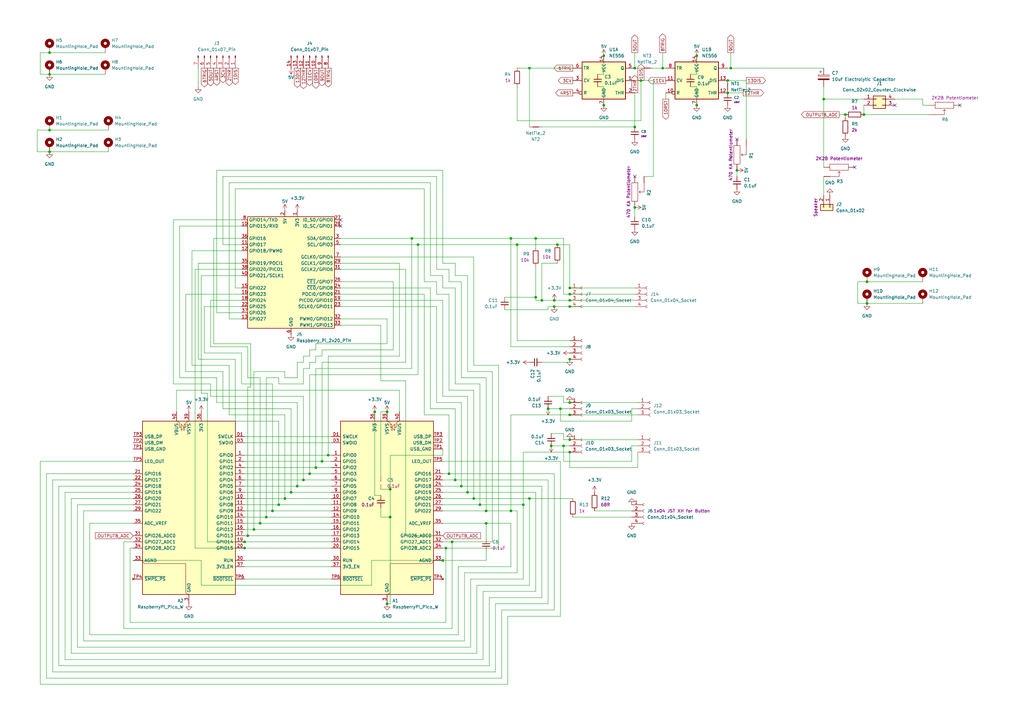
<source format=kicad_sch>
(kicad_sch (version 20250114) (generator "eeschema") (generator_version "9.0")
  (paper "A3")
  (junction (at 20.32 53.34))
  (junction (at 233.68 147.32))
  (junction (at 209.55 209.55))
  (junction (at 229.87 167.64))
  (junction (at 186.69 196.85))
  (junction (at 160.02 212.09))
  (junction (at 158.75 247.65))
  (junction (at 132.08 189.23))
  (junction (at 116.84 204.47))
  (junction (at 355.6 115.57))
  (junction (at 260.35 52.07))
  (junction (at 158.75 168.91))
  (junction (at 233.68 123.19))
  (junction (at 219.71 97.79))
  (junction (at 227.33 123.19))
  (junction (at 20.32 62.23))
  (junction (at 233.68 185.42))
  (junction (at 199.39 209.55))
  (junction (at 20.32 21.59))
  (junction (at 101.6 219.71))
  (junction (at 121.92 199.39))
  (junction (at 111.76 209.55))
  (junction (at 219.71 121.92))
  (junction (at 271.78 27.94))
  (junction (at 217.17 27.94))
  (junction (at 262.89 33.02))
  (junction (at 189.23 199.39))
  (junction (at 160.02 200.66))
  (junction (at 285.75 43.18))
  (junction (at 182.88 224.79))
  (junction (at 355.6 124.46))
  (junction (at 285.75 22.86))
  (junction (at 129.54 191.77))
  (junction (at 191.77 201.93))
  (junction (at 299.72 27.94))
  (junction (at 181.61 229.87))
  (junction (at 124.46 196.85))
  (junction (at 119.38 201.93))
  (junction (at 153.67 168.91))
  (junction (at 233.68 125.73))
  (junction (at 222.25 123.19))
  (junction (at 20.32 30.48))
  (junction (at 134.62 186.69))
  (junction (at 260.35 27.94))
  (junction (at 104.14 217.17))
  (junction (at 217.17 204.47))
  (junction (at 114.3 207.01))
  (junction (at 224.79 167.64))
  (junction (at 260.35 85.09))
  (junction (at 194.31 204.47))
  (junction (at 100.33 222.25))
  (junction (at 231.14 182.88))
  (junction (at 233.68 180.34))
  (junction (at 199.39 214.63))
  (junction (at 168.91 97.79))
  (junction (at 171.45 100.33))
  (junction (at 109.22 212.09))
  (junction (at 100.33 224.79))
  (junction (at 233.68 165.1))
  (junction (at 106.68 214.63))
  (junction (at 185.42 222.25))
  (junction (at 214.63 207.01))
  (junction (at 233.68 118.11))
  (junction (at 302.26 69.85))
  (junction (at 228.6 100.33))
  (junction (at 298.45 33.02))
  (junction (at 247.65 22.86))
  (junction (at 346.71 46.99))
  (junction (at 337.82 40.64))
  (junction (at 298.45 38.1))
  (junction (at 127 194.31))
  (junction (at 184.15 194.31))
  (junction (at 233.68 120.65))
  (junction (at 226.06 182.88))
  (junction (at 209.55 97.79))
  (junction (at 247.65 43.18))
  (junction (at 212.09 100.33))
  (junction (at 196.85 207.01))
  (junction (at 227.33 125.73))
  (junction (at 233.68 170.18))
  (junction (at 354.33 46.99))
  (no_connect (at 139.7 92.71))
  (no_connect (at 302.26 57.15))
  (no_connect (at 260.35 72.39))
  (no_connect (at 299.72 64.77))
  (no_connect (at 350.52 68.58))
  (no_connect (at 139.7 90.17))
  (no_connect (at 367.03 43.18))
  (no_connect (at 393.7 43.18))
  (wire (pts (xy 100.33 181.61) (xy 135.89 181.61)))
  (wire (pts (xy 100.33 237.49) (xy 135.89 237.49)))
  (wire (pts (xy 82.55 161.29) (xy 85.09 161.29)))
  (wire (pts (xy 21.59 196.85) (xy 21.59 275.59)))
  (wire (pts (xy 104.14 152.4) (xy 116.84 152.4)))
  (wire (pts (xy 205.74 278.13) (xy 205.74 250.19)))
  (wire (pts (xy 124.46 162.56) (xy 86.36 162.56)))
  (wire (pts (xy 139.7 120.65) (xy 173.99 120.65)))
  (wire (pts (xy 179.07 120.65) (xy 184.15 120.65)))
  (wire (pts (xy 233.68 180.34) (xy 261.62 180.34)))
  (wire (pts (xy 231.14 165.1) (xy 233.68 165.1)))
  (wire (pts (xy 212.09 100.33) (xy 228.6 100.33)))
  (wire (pts (xy 306.07 33.02) (xy 306.07 57.15)))
  (wire (pts (xy 222.25 107.95) (xy 222.25 123.19)))
  (wire (pts (xy 189.23 165.1) (xy 189.23 199.39)))
  (wire (pts (xy 127 148.59) (xy 129.54 148.59)))
  (wire (pts (xy 181.61 224.79) (xy 182.88 224.79)))
  (wire (pts (xy 156.21 168.91) (xy 158.75 168.91)))
  (wire (pts (xy 209.55 170.18) (xy 233.68 170.18)))
  (wire (pts (xy 181.61 229.87) (xy 152.4 229.87)))
  (wire (pts (xy 212.09 49.53) (xy 212.09 35.56)))
  (wire (pts (xy 186.69 118.11) (xy 186.69 157.48)))
  (wire (pts (xy 233.68 120.65) (xy 260.35 120.65)))
  (wire (pts (xy 166.37 148.59) (xy 166.37 110.49)))
  (wire (pts (xy 337.82 40.64) (xy 337.82 35.56)))
  (wire (pts (xy 186.69 167.64) (xy 176.53 167.64)))
  (wire (pts (xy 219.71 109.22) (xy 219.71 121.92)))
  (wire (pts (xy 100.33 207.01) (xy 114.3 207.01)))
  (wire (pts (xy 129.54 148.59) (xy 129.54 146.05)))
  (wire (pts (xy 129.54 143.51) (xy 129.54 140.97)))
  (wire (pts (xy 271.78 21.59) (xy 271.78 27.94)))
  (wire (pts (xy 139.7 97.79) (xy 168.91 97.79)))
  (wire (pts (xy 121.92 199.39) (xy 135.89 199.39)))
  (wire (pts (xy 181.61 207.01) (xy 196.85 207.01)))
  (wire (pts (xy 181.61 162.56) (xy 181.61 123.19)))
  (wire (pts (xy 189.23 199.39) (xy 181.61 199.39)))
  (wire (pts (xy 224.79 167.64) (xy 229.87 167.64)))
  (wire (pts (xy 54.61 224.79) (xy 53.34 224.79)))
  (wire (pts (xy 186.69 113.03) (xy 191.77 113.03)))
  (wire (pts (xy 207.01 127) (xy 224.79 127)))
  (wire (pts (xy 124.46 196.85) (xy 135.89 196.85)))
  (wire (pts (xy 91.44 152.4) (xy 76.2 152.4)))
  (wire (pts (xy 129.54 191.77) (xy 135.89 191.77)))
  (wire (pts (xy 96.52 172.72) (xy 96.52 147.32)))
  (wire (pts (xy 100.33 224.79) (xy 135.89 224.79)))
  (wire (pts (xy 181.61 113.03) (xy 181.61 118.11)))
  (wire (pts (xy 247.65 30.48) (xy 245.11 30.48)))
  (wire (pts (xy 259.08 182.88) (xy 261.62 182.88)))
  (wire (pts (xy 82.55 113.03) (xy 82.55 161.29)))
  (wire (pts (xy 100.33 189.23) (xy 132.08 189.23)))
  (wire (pts (xy 43.18 30.48) (xy 20.32 30.48)))
  (wire (pts (xy 91.44 100.33) (xy 91.44 72.39)))
  (wire (pts (xy 298.45 38.1) (xy 304.8 38.1)))
  (wire (pts (xy 209.55 97.79) (xy 219.71 97.79)))
  (wire (pts (xy 191.77 201.93) (xy 181.61 201.93)))
  (wire (pts (xy 204.47 149.86) (xy 204.47 224.79)))
  (wire (pts (xy 195.58 267.97) (xy 195.58 240.03)))
  (wire (pts (xy 179.07 115.57) (xy 179.07 120.65)))
  (wire (pts (xy 114.3 154.94) (xy 114.3 157.48)))
  (wire (pts (xy 229.87 189.23) (xy 181.61 189.23)))
  (wire (pts (xy 262.89 33.02) (xy 262.89 49.53)))
  (wire (pts (xy 114.3 207.01) (xy 114.3 172.72)))
  (wire (pts (xy 36.83 214.63) (xy 36.83 260.35)))
  (wire (pts (xy 186.69 107.95) (xy 186.69 113.03)))
  (wire (pts (xy 267.97 33.02) (xy 267.97 72.39)))
  (wire (pts (xy 227.33 123.19) (xy 233.68 123.19)))
  (wire (pts (xy 24.13 273.05) (xy 200.66 273.05)))
  (wire (pts (xy 283.21 35.56) (xy 285.75 35.56)))
  (wire (pts (xy 173.99 170.18) (xy 184.15 170.18)))
  (wire (pts (xy 194.31 160.02) (xy 194.31 204.47)))
  (wire (pts (xy 20.32 21.59) (xy 43.18 21.59)))
  (wire (pts (xy 54.61 209.55) (xy 34.29 209.55)))
  (wire (pts (xy 260.35 33.02) (xy 262.89 33.02)))
  (wire (pts (xy 191.77 113.03) (xy 191.77 152.4)))
  (wire (pts (xy 233.68 170.18) (xy 261.62 170.18)))
  (wire (pts (xy 106.68 214.63) (xy 135.89 214.63)))
  (wire (pts (xy 100.33 199.39) (xy 121.92 199.39)))
  (wire (pts (xy 124.46 157.48) (xy 124.46 151.13)))
  (wire (pts (xy 78.74 102.87) (xy 99.06 102.87)))
  (wire (pts (xy 185.42 257.81) (xy 185.42 222.25)))
  (wire (pts (xy 100.33 212.09) (xy 109.22 212.09)))
  (wire (pts (xy 259.08 189.23) (xy 259.08 182.88)))
  (wire (pts (xy 134.62 146.05) (xy 134.62 186.69)))
  (wire (pts (xy 227.33 125.73) (xy 233.68 125.73)))
  (wire (pts (xy 231.14 180.34) (xy 233.68 180.34)))
  (wire (pts (xy 222.25 123.19) (xy 227.33 123.19)))
  (wire (pts (xy 203.2 247.65) (xy 224.79 247.65)))
  (wire (pts (xy 81.28 147.32) (xy 81.28 107.95)))
  (wire (pts (xy 121.92 148.59) (xy 124.46 148.59)))
  (wire (pts (xy 337.82 80.01) (xy 337.82 72.39)))
  (wire (pts (xy 217.17 204.47) (xy 234.95 204.47)))
  (wire (pts (xy 100.33 219.71) (xy 101.6 219.71)))
  (wire (pts (xy 152.4 240.03) (xy 82.55 240.03)))
  (wire (pts (xy 124.46 196.85) (xy 124.46 162.56)))
  (wire (pts (xy 99.06 92.71) (xy 73.66 92.71)))
  (wire (pts (xy 127 194.31) (xy 127 153.67)))
  (wire (pts (xy 16.51 280.67) (xy 208.28 280.67)))
  (wire (pts (xy 186.69 196.85) (xy 186.69 167.64)))
  (wire (pts (xy 224.79 247.65) (xy 224.79 196.85)))
  (wire (pts (xy 124.46 148.59) (xy 124.46 146.05)))
  (wire (pts (xy 124.46 151.13) (xy 127 151.13)))
  (wire (pts (xy 209.55 232.41) (xy 209.55 214.63)))
  (wire (pts (xy 181.61 204.47) (xy 194.31 204.47)))
  (wire (pts (xy 217.17 52.07) (xy 217.17 27.94)))
  (wire (pts (xy 184.15 115.57) (xy 189.23 115.57)))
  (wire (pts (xy 100.33 222.25) (xy 135.89 222.25)))
  (wire (pts (xy 88.9 154.94) (xy 88.9 165.1)))
  (wire (pts (xy 194.31 105.41) (xy 194.31 149.86)))
  (wire (pts (xy 243.84 209.55) (xy 259.08 209.55)))
  (wire (pts (xy 88.9 128.27) (xy 99.06 128.27)))
  (wire (pts (xy 354.33 46.99) (xy 381 46.99)))
  (wire (pts (xy 344.17 46.99) (xy 346.71 46.99)))
  (wire (pts (xy 181.61 184.15) (xy 181.61 186.69)))
  (wire (pts (xy 160.02 212.09) (xy 160.02 247.65)))
  (wire (pts (xy 100.33 217.17) (xy 104.14 217.17)))
  (wire (pts (xy 20.32 62.23) (xy 44.45 62.23)))
  (wire (pts (xy 139.7 123.19) (xy 181.61 123.19)))
  (wire (pts (xy 196.85 207.01) (xy 214.63 207.01)))
  (wire (pts (xy 82.55 229.87) (xy 54.61 229.87)))
  (wire (pts (xy 29.21 267.97) (xy 195.58 267.97)))
  (wire (pts (xy 224.79 127) (xy 224.79 125.73)))
  (wire (pts (xy 212.09 209.55) (xy 209.55 209.55)))
  (wire (pts (xy 54.61 189.23) (xy 16.51 189.23)))
  (wire (pts (xy 198.12 270.51) (xy 198.12 242.57)))
  (wire (pts (xy 173.99 120.65) (xy 173.99 170.18)))
  (wire (pts (xy 72.39 160.02) (xy 163.83 160.02)))
  (wire (pts (xy 378.46 43.18) (xy 378.46 40.64)))
  (wire (pts (xy 100.33 204.47) (xy 116.84 204.47)))
  (wire (pts (xy 298.45 33.02) (xy 306.07 33.02)))
  (wire (pts (xy 36.83 260.35) (xy 187.96 260.35)))
  (wire (pts (xy 161.29 143.51) (xy 161.29 115.57)))
  (wire (pts (xy 173.99 115.57) (xy 179.07 115.57)))
  (wire (pts (xy 222.25 199.39) (xy 189.23 199.39)))
  (wire (pts (xy 96.52 77.47) (xy 173.99 77.47)))
  (wire (pts (xy 119.38 201.93) (xy 119.38 167.64)))
  (wire (pts (xy 171.45 153.67) (xy 171.45 100.33)))
  (wire (pts (xy 34.29 262.89) (xy 190.5 262.89)))
  (wire (pts (xy 20.32 53.34) (xy 15.24 53.34)))
  (wire (pts (xy 166.37 219.71) (xy 166.37 156.21)))
  (wire (pts (xy 139.7 100.33) (xy 171.45 100.33)))
  (wire (pts (xy 224.79 162.56) (xy 231.14 162.56)))
  (wire (pts (xy 285.75 22.86) (xy 285.75 30.48)))
  (wire (pts (xy 260.35 21.59) (xy 260.35 27.94)))
  (wire (pts (xy 100.33 232.41) (xy 135.89 232.41)))
  (wire (pts (xy 134.62 146.05) (xy 163.83 146.05)))
  (wire (pts (xy 119.38 201.93) (xy 135.89 201.93)))
  (wire (pts (xy 381 43.18) (xy 378.46 43.18)))
  (wire (pts (xy 212.09 234.95) (xy 212.09 209.55)))
  (wire (pts (xy 31.75 265.43) (xy 193.04 265.43)))
  (wire (pts (xy 101.6 219.71) (xy 135.89 219.71)))
  (wire (pts (xy 195.58 240.03) (xy 217.17 240.03)))
  (wire (pts (xy 222.25 245.11) (xy 222.25 199.39)))
  (wire (pts (xy 247.65 43.18) (xy 247.65 35.56)))
  (wire (pts (xy 189.23 154.94) (xy 199.39 154.94)))
  (wire (pts (xy 163.83 146.05) (xy 163.83 107.95)))
  (wire (pts (xy 231.14 177.8) (xy 231.14 180.34)))
  (wire (pts (xy 19.05 278.13) (xy 205.74 278.13)))
  (wire (pts (xy 16.51 30.48) (xy 16.51 21.59)))
  (wire (pts (xy 76.2 152.4) (xy 76.2 120.65)))
  (wire (pts (xy 20.32 53.34) (xy 44.45 53.34)))
  (wire (pts (xy 106.68 154.94) (xy 101.6 154.94)))
  (wire (pts (xy 83.82 144.78) (xy 83.82 125.73)))
  (wire (pts (xy 106.68 214.63) (xy 106.68 154.94)))
  (wire (pts (xy 267.97 72.39) (xy 264.16 72.39)))
  (wire (pts (xy 226.06 177.8) (xy 231.14 177.8)))
  (wire (pts (xy 111.76 209.55) (xy 135.89 209.55)))
  (wire (pts (xy 298.45 27.94) (xy 299.72 27.94)))
  (wire (pts (xy 160.02 247.65) (xy 158.75 247.65)))
  (wire (pts (xy 93.98 170.18) (xy 93.98 149.86)))
  (wire (pts (xy 191.77 162.56) (xy 191.77 201.93)))
  (wire (pts (xy 50.8 222.25) (xy 50.8 257.81)))
  (wire (pts (xy 185.42 222.25) (xy 201.93 222.25)))
  (wire (pts (xy 26.67 201.93) (xy 26.67 270.51)))
  (wire (pts (xy 179.07 110.49) (xy 184.15 110.49)))
  (wire (pts (xy 209.55 209.55) (xy 199.39 209.55)))
  (wire (pts (xy 76.2 120.65) (xy 99.06 120.65)))
  (wire (pts (xy 233.68 185.42) (xy 214.63 185.42)))
  (wire (pts (xy 99.06 113.03) (xy 82.55 113.03)))
  (wire (pts (xy 85.09 222.25) (xy 100.33 222.25)))
  (wire (pts (xy 54.61 204.47) (xy 29.21 204.47)))
  (wire (pts (xy 50.8 257.81) (xy 185.42 257.81)))
  (wire (pts (xy 185.42 222.25) (xy 181.61 222.25)))
  (wire (pts (xy 104.14 217.17) (xy 135.89 217.17)))
  (wire (pts (xy 184.15 170.18) (xy 184.15 194.31)))
  (wire (pts (xy 114.3 157.48) (xy 124.46 157.48)))
  (wire (pts (xy 93.98 149.86) (xy 78.74 149.86)))
  (wire (pts (xy 102.87 140.97) (xy 87.63 140.97)))
  (wire (pts (xy 160.02 200.66) (xy 160.02 212.09)))
  (wire (pts (xy 199.39 209.55) (xy 181.61 209.55)))
  (wire (pts (xy 228.6 107.95) (xy 222.25 107.95)))
  (wire (pts (xy 87.63 140.97) (xy 87.63 97.79)))
  (wire (pts (xy 163.83 107.95) (xy 139.7 107.95)))
  (wire (pts (xy 132.08 143.51) (xy 161.29 143.51)))
  (wire (pts (xy 247.65 35.56) (xy 245.11 35.56)))
  (wire (pts (xy 227.33 194.31) (xy 184.15 194.31)))
  (wire (pts (xy 176.53 74.93) (xy 176.53 113.03)))
  (wire (pts (xy 81.28 35.56) (xy 81.28 27.94)))
  (wire (pts (xy 193.04 237.49) (xy 214.63 237.49)))
  (wire (pts (xy 233.68 185.42) (xy 233.68 191.77)))
  (wire (pts (xy 171.45 100.33) (xy 212.09 100.33)))
  (wire (pts (xy 199.39 214.63) (xy 199.39 220.98)))
  (wire (pts (xy 271.78 27.94) (xy 273.05 27.94)))
  (wire (pts (xy 233.68 118.11) (xy 260.35 118.11)))
  (wire (pts (xy 283.21 30.48) (xy 285.75 30.48)))
  (wire (pts (xy 24.13 199.39) (xy 24.13 273.05)))
  (wire (pts (xy 71.12 90.17) (xy 99.06 90.17)))
  (wire (pts (xy 226.06 182.88) (xy 231.14 182.88)))
  (wire (pts (xy 156.21 200.66) (xy 160.02 200.66)))
  (wire (pts (xy 217.17 240.03) (xy 217.17 204.47)))
  (wire (pts (xy 71.12 157.48) (xy 71.12 90.17)))
  (wire (pts (xy 184.15 110.49) (xy 184.15 115.57)))
  (wire (pts (xy 199.39 214.63) (xy 209.55 214.63)))
  (wire (pts (xy 111.76 157.48) (xy 99.06 157.48)))
  (wire (pts (xy 182.88 255.27) (xy 182.88 224.79)))
  (wire (pts (xy 181.61 229.87) (xy 199.39 229.87)))
  (wire (pts (xy 354.33 43.18) (xy 354.33 46.99)))
  (wire (pts (xy 262.89 49.53) (xy 212.09 49.53)))
  (wire (pts (xy 127 153.67) (xy 171.45 153.67)))
  (wire (pts (xy 161.29 115.57) (xy 139.7 115.57)))
  (wire (pts (xy 181.61 69.85) (xy 181.61 107.95)))
  (wire (pts (xy 259.08 172.72) (xy 259.08 167.64)))
  (wire (pts (xy 15.24 62.23) (xy 20.32 62.23)))
  (wire (pts (xy 214.63 237.49) (xy 214.63 207.01)))
  (wire (pts (xy 93.98 74.93) (xy 176.53 74.93)))
  (wire (pts (xy 111.76 209.55) (xy 111.76 157.48)))
  (wire (pts (xy 82.55 240.03) (xy 82.55 229.87)))
  (wire (pts (xy 355.6 115.57) (xy 378.46 115.57)))
  (wire (pts (xy 101.6 158.75) (xy 101.6 219.71)))
  (wire (pts (xy 189.23 115.57) (xy 189.23 154.94)))
  (wire (pts (xy 121.92 154.94) (xy 121.92 148.59)))
  (wire (pts (xy 179.07 72.39) (xy 179.07 110.49)))
  (wire (pts (xy 100.33 229.87) (xy 135.89 229.87)))
  (wire (pts (xy 337.82 40.64) (xy 354.33 40.64)))
  (wire (pts (xy 199.39 229.87) (xy 199.39 226.06)))
  (wire (pts (xy 100.33 214.63) (xy 106.68 214.63)))
  (wire (pts (xy 156.21 168.91) (xy 156.21 195.58)))
  (wire (pts (xy 109.22 212.09) (xy 109.22 154.94)))
  (wire (pts (xy 19.05 194.31) (xy 19.05 278.13)))
  (wire (pts (xy 219.71 242.57) (xy 219.71 201.93)))
  (wire (pts (xy 200.66 273.05) (xy 200.66 245.11)))
  (wire (pts (xy 100.33 196.85) (xy 124.46 196.85)))
  (wire (pts (xy 227.33 194.31) (xy 227.33 250.19)))
  (wire (pts (xy 101.6 142.24) (xy 86.36 142.24)))
  (wire (pts (xy 228.6 100.33) (xy 233.68 100.33)))
  (wire (pts (xy 231.14 189.23) (xy 259.08 189.23)))
  (wire (pts (xy 100.33 209.55) (xy 111.76 209.55)))
  (wire (pts (xy 109.22 154.94) (xy 114.3 154.94)))
  (wire (pts (xy 196.85 157.48) (xy 196.85 207.01)))
  (wire (pts (xy 299.72 21.59) (xy 299.72 27.94)))
  (wire (pts (xy 204.47 149.86) (xy 194.31 149.86)))
  (wire (pts (xy 187.96 260.35) (xy 187.96 232.41)))
  (wire (pts (xy 116.84 204.47) (xy 116.84 170.18)))
  (wire (pts (xy 93.98 130.81) (xy 93.98 74.93)))
  (wire (pts (xy 194.31 204.47) (xy 217.17 204.47)))
  (wire (pts (xy 132.08 189.23) (xy 132.08 148.59)))
  (wire (pts (xy 15.24 53.34) (xy 15.24 62.23)))
  (wire (pts (xy 224.79 125.73) (xy 227.33 125.73)))
  (wire (pts (xy 184.15 120.65) (xy 184.15 160.02)))
  (wire (pts (xy 104.14 217.17) (xy 104.14 152.4)))
  (wire (pts (xy 139.7 105.41) (xy 194.31 105.41)))
  (wire (pts (xy 198.12 242.57) (xy 219.71 242.57)))
  (wire (pts (xy 85.09 161.29) (xy 85.09 222.25)))
  (wire (pts (xy 205.74 250.19) (xy 227.33 250.19)))
  (wire (pts (xy 222.25 148.59) (xy 233.68 148.59)))
  (wire (pts (xy 100.33 191.77) (xy 129.54 191.77)))
  (wire (pts (xy 53.34 224.79) (xy 53.34 255.27)))
  (wire (pts (xy 184.15 194.31) (xy 181.61 194.31)))
  (wire (pts (xy 124.46 146.05) (xy 127 146.05)))
  (wire (pts (xy 127 143.51) (xy 129.54 143.51)))
  (wire (pts (xy 166.37 156.21) (xy 156.21 156.21)))
  (wire (pts (xy 176.53 113.03) (xy 181.61 113.03)))
  (wire (pts (xy 212.09 100.33) (xy 212.09 139.7)))
  (wire (pts (xy 121.92 165.1) (xy 121.92 199.39)))
  (wire (pts (xy 116.84 204.47) (xy 135.89 204.47)))
  (wire (pts (xy 184.15 160.02) (xy 194.31 160.02)))
  (wire (pts (xy 116.84 152.4) (xy 116.84 154.94)))
  (wire (pts (xy 231.14 182.88) (xy 231.14 189.23)))
  (wire (pts (xy 229.87 172.72) (xy 259.08 172.72)))
  (wire (pts (xy 219.71 123.19) (xy 222.25 123.19)))
  (wire (pts (xy 100.33 194.31) (xy 127 194.31)))
  (wire (pts (xy 132.08 143.51) (xy 132.08 146.05)))
  (wire (pts (xy 191.77 152.4) (xy 201.93 152.4)))
  (wire (pts (xy 259.08 167.64) (xy 261.62 167.64)))
  (wire (pts (xy 222.25 52.07) (xy 260.35 52.07)))
  (wire (pts (xy 204.47 224.79) (xy 182.88 224.79)))
  (wire (pts (xy 173.99 77.47) (xy 173.99 115.57)))
  (wire (pts (xy 233.68 148.59) (xy 233.68 147.32)))
  (wire (pts (xy 156.21 156.21) (xy 156.21 133.35)))
  (wire (pts (xy 207.01 121.92) (xy 219.71 121.92)))
  (wire (pts (xy 99.06 144.78) (xy 83.82 144.78)))
  (wire (pts (xy 262.89 33.02) (xy 267.97 33.02)))
  (wire (pts (xy 91.44 72.39) (xy 179.07 72.39)))
  (wire (pts (xy 83.82 125.73) (xy 99.06 125.73)))
  (wire (pts (xy 260.35 88.9) (xy 260.35 85.09)))
  (wire (pts (xy 54.61 201.93) (xy 26.67 201.93)))
  (wire (pts (xy 233.68 165.1) (xy 261.62 165.1)))
  (wire (pts (xy 129.54 191.77) (xy 129.54 151.13)))
  (wire (pts (xy 101.6 154.94) (xy 101.6 142.24)))
  (wire (pts (xy 78.74 149.86) (xy 78.74 102.87)))
  (wire (pts (xy 346.71 46.99) (xy 346.71 48.26)))
  (wire (pts (xy 53.34 255.27) (xy 182.88 255.27)))
  (wire (pts (xy 299.72 27.94) (xy 337.82 27.94)))
  (wire (pts (xy 72.39 160.02) (xy 72.39 168.91)))
  (wire (pts (xy 176.53 118.11) (xy 139.7 118.11)))
  (wire (pts (xy 186.69 196.85) (xy 181.61 196.85)))
  (wire (pts (xy 261.62 191.77) (xy 261.62 185.42)))
  (wire (pts (xy 86.36 157.48) (xy 71.12 157.48)))
  (wire (pts (xy 351.79 124.46) (xy 351.79 115.57)))
  (wire (pts (xy 129.54 151.13) (xy 168.91 151.13)))
  (wire (pts (xy 99.06 157.48) (xy 99.06 144.78)))
  (wire (pts (xy 156.21 212.09) (xy 160.02 212.09)))
  (wire (pts (xy 81.28 107.95) (xy 99.06 107.95)))
  (wire (pts (xy 91.44 167.64) (xy 91.44 152.4)))
  (wire (pts (xy 351.79 115.57) (xy 355.6 115.57)))
  (wire (pts (xy 247.65 22.86) (xy 247.65 30.48)))
  (wire (pts (xy 302.26 72.39) (xy 302.26 69.85)))
  (wire (pts (xy 129.54 140.97) (xy 158.75 140.97)))
  (wire (pts (xy 116.84 170.18) (xy 93.98 170.18)))
  (wire (pts (xy 101.6 158.75) (xy 102.87 158.75)))
  (wire (pts (xy 181.61 219.71) (xy 166.37 219.71)))
  (wire (pts (xy 201.93 152.4) (xy 201.93 222.25)))
  (wire (pts (xy 163.83 160.02) (xy 163.83 168.91)))
  (wire (pts (xy 80.01 110.49) (xy 80.01 224.79)))
  (wire (pts (xy 34.29 209.55) (xy 34.29 262.89)))
  (wire (pts (xy 87.63 97.79) (xy 99.06 97.79)))
  (wire (pts (xy 127 146.05) (xy 127 143.51)))
  (wire (pts (xy 152.4 229.87) (xy 152.4 240.03)))
  (wire (pts (xy 190.5 262.89) (xy 190.5 234.95)))
  (wire (pts (xy 96.52 147.32) (xy 81.28 147.32)))
  (wire (pts (xy 16.51 189.23) (xy 16.51 280.67)))
  (wire (pts (xy 99.06 110.49) (xy 80.01 110.49)))
  (wire (pts (xy 26.67 270.51) (xy 198.12 270.51)))
  (wire (pts (xy 139.7 133.35) (xy 156.21 133.35)))
  (wire (pts (xy 80.01 224.79) (xy 100.33 224.79)))
  (wire (pts (xy 187.96 232.41) (xy 209.55 232.41)))
  (wire (pts (xy 260.35 27.94) (xy 262.89 27.94)))
  (wire (pts (xy 156.21 208.28) (xy 156.21 212.09)))
  (wire (pts (xy 88.9 165.1) (xy 121.92 165.1)))
  (wire (pts (xy 208.28 280.67) (xy 208.28 252.73)))
  (wire (pts (xy 179.07 125.73) (xy 179.07 165.1)))
  (wire (pts (xy 214.63 185.42) (xy 214.63 207.01)))
  (wire (pts (xy 229.87 167.64) (xy 229.87 172.72)))
  (wire (pts (xy 139.7 125.73) (xy 179.07 125.73)))
  (wire (pts (xy 153.67 203.2) (xy 156.21 203.2)))
  (wire (pts (xy 190.5 234.95) (xy 212.09 234.95)))
  (wire (pts (xy 233.68 100.33) (xy 233.68 118.11)))
  (wire (pts (xy 229.87 167.64) (xy 233.68 167.64)))
  (wire (pts (xy 116.84 154.94) (xy 121.92 154.94)))
  (wire (pts (xy 73.66 92.71) (xy 73.66 154.94)))
  (wire (pts (xy 260.35 38.1) (xy 260.35 52.07)))
  (wire (pts (xy 88.9 69.85) (xy 181.61 69.85)))
  (wire (pts (xy 158.75 140.97) (xy 158.75 130.81)))
  (wire (pts (xy 229.87 252.73) (xy 229.87 189.23)))
  (wire (pts (xy 378.46 40.64) (xy 367.03 40.64)))
  (wire (pts (xy 219.71 97.79) (xy 231.14 97.79)))
  (wire (pts (xy 231.14 162.56) (xy 231.14 165.1)))
  (wire (pts (xy 224.79 196.85) (xy 186.69 196.85)))
  (wire (pts (xy 193.04 265.43) (xy 193.04 237.49)))
  (wire (pts (xy 73.66 154.94) (xy 88.9 154.94)))
  (wire (pts (xy 231.14 97.79) (xy 231.14 120.65)))
  (wire (pts (xy 285.75 43.18) (xy 285.75 35.56)))
  (wire (pts (xy 29.21 204.47) (xy 29.21 267.97)))
  (wire (pts (xy 217.17 27.94) (xy 234.95 27.94)))
  (wire (pts (xy 132.08 189.23) (xy 135.89 189.23)))
  (wire (pts (xy 100.33 179.07) (xy 135.89 179.07)))
  (wire (pts (xy 166.37 110.49) (xy 139.7 110.49)))
  (wire (pts (xy 119.38 167.64) (xy 91.44 167.64)))
  (wire (pts (xy 54.61 222.25) (xy 50.8 222.25)))
  (wire (pts (xy 114.3 172.72) (xy 96.52 172.72)))
  (wire (pts (xy 233.68 191.77) (xy 261.62 191.77)))
  (wire (pts (xy 99.06 100.33) (xy 91.44 100.33)))
  (wire (pts (xy 378.46 124.46) (xy 355.6 124.46)))
  (wire (pts (xy 191.77 162.56) (xy 181.61 162.56)))
  (wire (pts (xy 158.75 130.81) (xy 139.7 130.81)))
  (wire (pts (xy 179.07 165.1) (xy 189.23 165.1)))
  (wire (pts (xy 355.6 124.46) (xy 351.79 124.46)))
  (wire (pts (xy 20.32 30.48) (xy 16.51 30.48)))
  (wire (pts (xy 209.55 97.79) (xy 209.55 142.24)))
  (wire (pts (xy 54.61 194.31) (xy 19.05 194.31)))
  (wire (pts (xy 219.71 101.6) (xy 219.71 97.79)))
  (wire (pts (xy 31.75 207.01) (xy 31.75 265.43)))
  (wire (pts (xy 181.61 214.63) (xy 199.39 214.63)))
  (wire (pts (xy 99.06 118.11) (xy 96.52 118.11)))
  (wire (pts (xy 231.14 182.88) (xy 233.68 182.88)))
  (wire (pts (xy 219.71 201.93) (xy 191.77 201.93)))
  (wire (pts (xy 212.09 27.94) (xy 217.17 27.94)))
  (wire (pts (xy 21.59 275.59) (xy 203.2 275.59)))
  (wire (pts (xy 209.55 209.55) (xy 209.55 170.18)))
  (wire (pts (xy 181.61 118.11) (xy 186.69 118.11)))
  (wire (pts (xy 54.61 199.39) (xy 24.13 199.39)))
  (wire (pts (xy 129.54 146.05) (xy 132.08 146.05)))
  (wire (pts (xy 186.69 157.48) (xy 196.85 157.48)))
  (wire (pts (xy 100.33 201.93) (xy 119.38 201.93)))
  (wire (pts (xy 134.62 186.69) (xy 135.89 186.69)))
  (wire (pts (xy 233.68 125.73) (xy 260.35 125.73)))
  (wire (pts (xy 168.91 151.13) (xy 168.91 97.79)))
  (wire (pts (xy 176.53 167.64) (xy 176.53 118.11)))
  (wire (pts (xy 96.52 118.11) (xy 96.52 77.47)))
  (wire (pts (xy 127 194.31) (xy 135.89 194.31)))
  (wire (pts (xy 219.71 121.92) (xy 219.71 123.19)))
  (wire (pts (xy 208.28 252.73) (xy 229.87 252.73)))
  (wire (pts (xy 102.87 158.75) (xy 102.87 140.97)))
  (wire (pts (xy 100.33 186.69) (xy 134.62 186.69)))
  (wire (pts (xy 234.95 212.09) (xy 259.08 212.09)))
  (wire (pts (xy 199.39 154.94) (xy 199.39 209.55)))
  (wire (pts (xy 181.61 107.95) (xy 186.69 107.95)))
  (wire (pts (xy 88.9 128.27) (xy 88.9 69.85)))
  (wire (pts (xy 54.61 196.85) (xy 21.59 196.85)))
  (wire (pts (xy 337.82 40.64) (xy 337.82 68.58)))
  (wire (pts (xy 267.97 27.94) (xy 271.78 27.94)))
  (wire (pts (xy 86.36 123.19) (xy 99.06 123.19)))
  (wire (pts (xy 127 151.13) (xy 127 148.59)))
  (wire (pts (xy 54.61 214.63) (xy 36.83 214.63)))
  (wire (pts (xy 54.61 207.01) (xy 31.75 207.01)))
  (wire (pts (xy 233.68 123.19) (xy 260.35 123.19)))
  (wire (pts (xy 114.3 207.01) (xy 135.89 207.01)))
  (wire (pts (xy 168.91 97.79) (xy 209.55 97.79)))
  (wire (pts (xy 86.36 162.56) (xy 86.36 157.48)))
  (wire (pts (xy 160.02 186.69) (xy 160.02 200.66)))
  (wire (pts (xy 231.14 120.65) (xy 233.68 120.65)))
  (wire (pts (xy 212.09 139.7) (xy 233.68 139.7)))
  (wire (pts (xy 132.08 148.59) (xy 166.37 148.59)))
  (wire (pts (xy 16.51 21.59) (xy 20.32 21.59)))
  (wire (pts (xy 86.36 142.24) (xy 86.36 123.19)))
  (wire (pts (xy 153.67 168.91) (xy 153.67 203.2)))
  (wire (pts (xy 181.61 186.69) (xy 160.02 186.69)))
  (wire (pts (xy 93.98 130.81) (xy 99.06 130.81)))
  (wire (pts (xy 109.22 212.09) (xy 135.89 212.09)))
  (wire (pts (xy 200.66 245.11) (xy 222.25 245.11)))
  (wire (pts (xy 209.55 142.24) (xy 233.68 142.24)))
  (wire (pts (xy 203.2 275.59) (xy 203.2 247.65)))
  (wire (pts (xy 273.05 40.64) (xy 273.05 38.1)))
  (global_label "6TRIG" (shape output) (at 234.95 27.94 180) (property "Intersheetrefs" "${INTERSHEET_REFS}" (effects (hide yes))))
  (global_label "5OUT" (shape output) (at 86.36 27.94 270) (property "Intersheetrefs" "${INTERSHEET_REFS}" (effects (hide yes))))
  (global_label "6TRIG" (shape output) (at 83.82 27.94 270) (property "Intersheetrefs" "${INTERSHEET_REFS}" (effects (hide yes))))
  (global_label "9OUT" (shape output) (at 299.72 21.59 90) (property "Intersheetrefs" "${INTERSHEET_REFS}" (effects (hide yes))))
  (global_label "13DIS" (shape output) (at 121.92 27.94 270) (property "Intersheetrefs" "${INTERSHEET_REFS}" (effects (hide yes))))
  (global_label "2THR" (shape output) (at 93.98 27.94 270) (property "Intersheetrefs" "${INTERSHEET_REFS}" (effects (hide yes))))
  (global_label "12THR" (shape output) (at 124.46 27.94 270) (property "Intersheetrefs" "${INTERSHEET_REFS}" (effects (hide yes))))
  (global_label "OUTPUTB_ADC" (shape input) (at 54.61 219.71 180) (property "Intersheetrefs" "${INTERSHEET_REFS}" (effects (hide yes))))
  (global_label "12THR" (shape output) (at 304.8 38.1 0) (property "Intersheetrefs" "${INTERSHEET_REFS}" (effects (hide yes))))
  (global_label "13DIS" (shape output) (at 306.07 33.02 0) (property "Intersheetrefs" "${INTERSHEET_REFS}" (effects (hide yes))))
  (global_label "3CV" (shape output) (at 91.44 27.94 270) (property "Intersheetrefs" "${INTERSHEET_REFS}" (effects (hide yes))))
  (global_label "10RST" (shape output) (at 273.05 40.64 270) (property "Intersheetrefs" "${INTERSHEET_REFS}" (effects (hide yes))))
  (global_label "8TRIG" (shape output) (at 271.78 21.59 90) (property "Intersheetrefs" "${INTERSHEET_REFS}" (effects (hide yes))))
  (global_label "2THR" (shape output) (at 260.35 38.1 90) (property "Intersheetrefs" "${INTERSHEET_REFS}" (effects (hide yes))))
  (global_label "10RST" (shape output) (at 129.54 27.94 270) (property "Intersheetrefs" "${INTERSHEET_REFS}" (effects (hide yes))))
  (global_label "8TRIG" (shape output) (at 134.62 27.94 270) (property "Intersheetrefs" "${INTERSHEET_REFS}" (effects (hide yes))))
  (global_label "4RST" (shape output) (at 234.95 38.1 180) (property "Intersheetrefs" "${INTERSHEET_REFS}" (effects (hide yes))))
  (global_label "1DIS" (shape output) (at 96.52 27.94 270) (property "Intersheetrefs" "${INTERSHEET_REFS}" (effects (hide yes))))
  (global_label "9OUT" (shape output) (at 132.08 27.94 270) (property "Intersheetrefs" "${INTERSHEET_REFS}" (effects (hide yes))))
  (global_label "4RST" (shape output) (at 88.9 27.94 270) (property "Intersheetrefs" "${INTERSHEET_REFS}" (effects (hide yes))))
  (global_label "5OUT" (shape output) (at 260.35 21.59 90) (property "Intersheetrefs" "${INTERSHEET_REFS}" (effects (hide yes))))
  (global_label "11CV" (shape output) (at 127 27.94 270) (property "Intersheetrefs" "${INTERSHEET_REFS}" (effects (hide yes))))
  (global_label "11CV" (shape output) (at 273.05 33.02 180) (property "Intersheetrefs" "${INTERSHEET_REFS}" (effects (hide yes))))
  (global_label "1DIS" (shape output) (at 262.89 33.02 90) (property "Intersheetrefs" "${INTERSHEET_REFS}" (effects (hide yes))))
  (global_label "OUTPUTB_ADC" (shape output) (at 344.17 46.99 180) (property "Intersheetrefs" "${INTERSHEET_REFS}" (effects (hide yes))))
  (global_label "OUTPUTB_ADC" (shape input) (at 181.61 219.71 0) (property "Intersheetrefs" "${INTERSHEET_REFS}" (effects (hide yes))))
  (global_label "3CV" (shape output) (at 234.95 33.02 180) (property "Intersheetrefs" "${INTERSHEET_REFS}" (effects (hide yes))))
  (symbol (lib_id "PCM_4ms_Resistor:2k_0603") (at 346.71 52.07 0) (unit 1)
    (property "Reference" "R5" (at 349.25 50.7999 0) (effects (justify left)))
    (property "Value" "2k_0603" (effects (hide yes)))
    (property "Footprint" "PCM_Resistor_SMD_AKL:R_0603_1608Metric_Pad0.98x0.95mm_HandSolder" (effects (hide yes)))
    (property "Description" "2K, 1%, 1/10W, 0603" (effects (hide yes)))
    (property "Specifications" "2K, 1%, 1/10W, 0603" (effects (hide yes)))
    (property "Manufacturer" "Yageo" (effects (hide yes)))
    (property "Part Number" "RC0603FR-072KL" (effects (hide yes)))
    (property "Display" "2k" (at 349.25 53.3399 0) (effects (justify left)))
    (property "JLCPCB ID" "C22975" (effects (hide yes)))
  )
  (symbol (lib_id "SparkFun-PowerSymbol:5V") (at 119.38 27.94 180) (unit 1)
    (property "Reference" "#PWR015" (effects (hide yes)))
    (property "Value" "5V" (at 119.38 31.75 0))
    (property "Description" "Power symbol creates a global label with name \"5V\"" (effects (hide yes)))
  )
  (symbol (lib_id "Connector:Conn_01x04_Socket") (at 265.43 120.65 0) (unit 1)
    (property "Reference" "J14" (at 266.7 120.6499 0) (effects (justify left)))
    (property "Value" "Conn_01x04_Socket" (at 266.7 123.1899 0) (effects (justify left)))
    (property "Footprint" "Connector_PinSocket_2.54mm:PinSocket_1x04_P2.54mm_Vertical" (effects (hide yes)))
    (property "Description" "Generic connector, single row, 01x04, script generated" (effects (hide yes)))
  )
  (symbol (lib_id "PCM_4ms_Capacitor:0.1uF_0603_16V") (at 199.39 223.52 0) (unit 1)
    (property "Reference" "C6" (at 201.93 222.2562 0) (effects (justify left)))
    (property "Value" "0.1uF_0603_16V" (effects (hide yes)))
    (property "Footprint" "Capacitor_SMD:C_1206_3216Metric_Pad1.33x1.80mm_HandSolder" (effects (hide yes)))
    (property "Description" "0.1uF, Min. 16V 10%, X7R or X5R or similar" (effects (hide yes)))
    (property "Specifications" "0.1uF, Min. 16V 10%, X7R or X5R or similar" (effects (hide yes)))
    (property "Manufacturer" "AVX Corporation" (effects (hide yes)))
    (property "Part Number" "0603YC104KAT2A" (effects (hide yes)))
    (property "Display" "0.1uF" (at 201.93 224.7962 0) (effects (justify left)))
    (property "JLCPCB ID" "C14663" (effects (hide yes)))
  )
  (symbol (lib_id "SparkFun-PowerSymbol:5V") (at 285.75 22.86 0) (unit 1)
    (property "Reference" "#PWR010" (effects (hide yes)))
    (property "Value" "5V" (at 285.75 19.05 0))
    (property "Description" "Power symbol creates a global label with name \"5V\"" (effects (hide yes)))
  )
  (symbol (lib_id "PCM_4ms_Resistor:10k_0603") (at 228.6 104.14 0) (mirror y) (unit 1)
    (property "Reference" "R8" (at 226.06 102.8699 0) (effects (justify left)))
    (property "Value" "10k_0603" (effects (hide yes)))
    (property "Footprint" "PCM_Resistor_SMD_AKL:R_0603_1608Metric_Pad0.98x0.95mm_HandSolder" (effects (hide yes)))
    (property "Description" "10K, 1%, 1/10W, 0603" (effects (hide yes)))
    (property "Specifications" "10K, 1%, 1/10W, 0603" (effects (hide yes)))
    (property "Manufacturer" "Yageo" (effects (hide yes)))
    (property "Part Number" "RC0603FR-0710KL" (effects (hide yes)))
    (property "Display" "10k" (at 226.06 105.4099 0) (effects (justify left)))
    (property "JLCPCB ID" "C25804" (effects (hide yes)))
  )
  (symbol (lib_id "Device:NetTie_2") (at 298.45 35.56 90) (unit 1) (in_bom no)
    (property "Reference" "NT1" (at 299.72 34.2899 90) (effects (justify right)))
    (property "Value" "NetTie_2" (at 299.72 36.8299 90) (effects (justify right)))
    (property "Footprint" "NetTie:NetTie-2_SMD_Pad0.5mm" (effects (hide yes)))
    (property "Description" "Net tie, 2 pins" (effects (hide yes)))
  )
  (symbol (lib_id "PCM_4ms_Resistor:1k_0603") (at 234.95 208.28 0) (unit 1)
    (property "Reference" "R13" (at 237.49 207.0099 0) (effects (justify left)))
    (property "Value" "1k_1210" (effects (hide yes)))
    (property "Footprint" "PCM_Resistor_SMD_AKL:R_0603_1608Metric_Pad1.05x0.95mm_HandSolder" (effects (hide yes)))
    (property "Datasheet" "https://4donline.ihs.com/images/VipMasterIC/IC/PANA/PANA-S-A0012789169/PANA-S-A0012789169-1.pdf?hkey=CECEF36DEECDED6468708AAF2E19C0C6" (effects (hide yes)))
    (property "Description" "1K, 1%, 1/10W, 0603" (effects (hide yes)))
    (property "Specifications" "1K, 1%, 1/10W, 0603" (effects (hide yes)))
    (property "Manufacturer" "Yageo" (effects (hide yes)))
    (property "Part Number" "RC0603FR-071KL" (effects (hide yes)))
    (property "Display" "1k" (at 237.49 209.5499 0) (effects (justify left)))
    (property "JLCPCB ID" "C20024203" (effects (hide yes)))
    (property "Manufacturer_Part_Number" "ERJ-T14LK102U" (effects (hide yes)))
    (property "Mouser Part Number" "667-ERJ-T14LK102U" (effects (hide yes)))
  )
  (symbol (lib_id "power:+3.3V") (at 243.84 201.93 0) (unit 1)
    (property "Reference" "#PWR030" (effects (hide yes)))
    (property "Value" "+3.3V" (at 243.84 196.85 0))
    (property "Description" "Power symbol creates a global label with name \"+3.3V\"" (effects (hide yes)))
  )
  (symbol (lib_id "power:GND") (at 302.26 77.47 0) (unit 1)
    (property "Reference" "#PWR018" (effects (hide yes)))
    (property "Value" "GND" (at 302.26 82.55 0))
    (property "Description" "Power symbol creates a global label with name \"GND\" , ground" (effects (hide yes)))
  )
  (symbol (lib_id "CPL:Potentiometer_CPL") (at 260.35 78.74 270) (unit 1)
    (property "Reference" "R2" (at 266.192 78.994 0))
    (property "Value" "ECOSWX470KLIN" (effects (hide yes)))
    (property "Footprint" "Connector_JST:JST_XH_S3B-XH-A-1_1x03_P2.50mm_Horizontal" (effects (hide yes)))
    (property "Datasheet" "https://static.rapidonline.com/pdf/65-1494.pdf" (effects (hide yes)))
    (property "Description" "470 KA Potentiometer" (at 257.81 78.74 0))
  )
  (symbol (lib_id "SparkFun-PowerSymbol:5V") (at 302.26 69.85 270) (unit 1)
    (property "Reference" "#PWR012" (effects (hide yes)))
    (property "Value" "5V" (at 306.07 69.85 0))
    (property "Description" "Power symbol creates a global label with name \"5V\"" (effects (hide yes)))
  )
  (symbol (lib_id "Timer:NE556") (at 247.65 33.02 0) (unit 1)
    (property "Reference" "U1" (at 249.7933 20.32 0) (effects (justify left)))
    (property "Value" "NE556" (at 249.7933 22.86 0) (effects (justify left)))
    (property "Footprint" "Package_DIP:DIP-14_W7.62mm_Socket_LongPads" (effects (hide yes)))
    (property "Datasheet" "http://www.ti.com/lit/ds/symlink/ne556.pdf" (effects (hide yes)))
    (property "Description" "Dual Precision Timers, DIP-14/SOIC-14" (effects (hide yes)))
  )
  (symbol (lib_id "power:+3.3V") (at 82.55 168.91 0) (unit 1)
    (property "Reference" "#PWR020" (effects (hide yes)))
    (property "Value" "+3.3V" (at 82.55 163.83 0))
    (property "Description" "Power symbol creates a global label with name \"+3.3V\"" (effects (hide yes)))
  )
  (symbol (lib_id "Mechanical:MountingHole_Pad") (at 20.32 59.69 0) (unit 1) (in_bom no)
    (property "Reference" "H2" (at 22.86 57.1499 0) (effects (justify left)))
    (property "Value" "MountingHole_Pad" (at 22.86 59.6899 0) (effects (justify left)))
    (property "Footprint" "MountingHole:MountingHole_2.2mm_M2_DIN965" (effects (hide yes)))
    (property "Description" "Mounting Hole with connection" (effects (hide yes)))
  )
  (symbol (lib_id "Mechanical:MountingHole_Pad") (at 378.46 121.92 0) (unit 1) (in_bom no)
    (property "Reference" "H12" (at 381 119.3799 0) (effects (justify left)))
    (property "Value" "MountingHole_Pad" (at 381 121.9199 0) (effects (justify left)))
    (property "Footprint" "MountingHole:MountingHole_2.7mm_M2.5_DIN965_Pad" (effects (hide yes)))
    (property "Description" "Mounting Hole with connection" (effects (hide yes)))
  )
  (symbol (lib_id "PCM_4ms_Resistor:68R_0603") (at 243.84 205.74 0) (unit 1)
    (property "Reference" "R12" (at 246.38 204.4699 0) (effects (justify left)))
    (property "Value" "68R_1210" (effects (hide yes)))
    (property "Footprint" "PCM_Resistor_SMD_AKL:R_0603_1608Metric_Pad1.05x0.95mm_HandSolder" (effects (hide yes)))
    (property "Datasheet" "https://www.mouser.co.uk/datasheet/2/447/PYu_AC_51_RoHS_L_11-3418659.pdf" (effects (hide yes)))
    (property "Description" "68R, 1%, 1/10W, 0603" (effects (hide yes)))
    (property "Specifications" "68R, 1%, 1/10W, 0603" (effects (hide yes)))
    (property "Manufacturer" "Yageo" (effects (hide yes)))
    (property "Part Number" "RC0603FR-0768RL" (effects (hide yes)))
    (property "Display" "68R" (at 246.38 207.0099 0) (effects (justify left)))
    (property "JLCPCB ID" "C230487" (effects (hide yes)))
    (property "Manufacturer_Part_Number" "AC1210JR-0768RL" (effects (hide yes)))
    (property "Mouser Part Number" "603-AC1210JR-0768RL" (effects (hide yes)))
  )
  (symbol (lib_id "power:GND") (at 346.71 55.88 0) (unit 1)
    (property "Reference" "#PWR07" (effects (hide yes)))
    (property "Value" "GND" (at 346.71 60.96 0))
    (property "Description" "Power symbol creates a global label with name \"GND\" , ground" (effects (hide yes)))
  )
  (symbol (lib_id "power:GND") (at 259.08 214.63 0) (unit 1)
    (property "Reference" "#PWR024" (effects (hide yes)))
    (property "Value" "GND" (at 259.08 219.71 0))
    (property "Description" "Power symbol creates a global label with name \"GND\" , ground" (effects (hide yes)))
  )
  (symbol (lib_id "power:GND") (at 340.36 80.01 0) (mirror x) (unit 1)
    (property "Reference" "#PWR08" (effects (hide yes)))
    (property "Value" "GND" (at 340.36 74.93 0))
    (property "Description" "Power symbol creates a global label with name \"GND\" , ground" (effects (hide yes)))
  )
  (symbol (lib_id "Connector:Conn_01x04_Socket") (at 264.16 209.55 0) (unit 1)
    (property "Reference" "J6" (at 265.43 209.5499 0) (effects (justify left)))
    (property "Value" "Conn_01x04_Socket" (at 265.43 212.0899 0) (effects (justify left)))
    (property "Footprint" "Connector_JST:JST_XH_S4B-XH-A-1_1x04_P2.50mm_Horizontal" (effects (hide yes)))
    (property "Description" "1x04 JST XH for Button" (at 279.654 209.55 0))
  )
  (symbol (lib_id "SparkFun-PowerSymbol:5V") (at 260.35 85.09 270) (unit 1)
    (property "Reference" "#PWR013" (effects (hide yes)))
    (property "Value" "5V" (at 264.16 85.09 0))
    (property "Description" "Power symbol creates a global label with name \"5V\"" (effects (hide yes)))
  )
  (symbol (lib_id "CPL:Potentiometer_CPL") (at 344.17 68.58 0) (mirror x) (unit 1)
    (property "Reference" "R3" (at 344.424 74.422 0))
    (property "Value" "ECO2K2LIN" (effects (hide yes)))
    (property "Footprint" "Connector_JST:JST_XH_S3B-XH-A-1_1x03_P2.50mm_Horizontal" (effects (hide yes)))
    (property "Datasheet" "https://static.rapidonline.com/pdf/65-1400e.pdf" (effects (hide yes)))
    (property "Description" "2K2B Potentiometer" (at 344.17 65.024 0))
  )
  (symbol (lib_id "SparkFun-Capacitor:0.1uF_0603_25V_20%") (at 226.06 180.34 180) (unit 1)
    (property "Reference" "C14" (at 223.266 181.61 0) (effects (justify left)))
    (property "Value" "0.1uF" (at 223.266 179.07 0) (effects (justify left)))
    (property "Footprint" "Capacitor_SMD:C_1206_3216Metric_Pad1.33x1.80mm_HandSolder" (effects (hide yes)))
    (property "Datasheet" "https://cdn.sparkfun.com/assets/8/a/4/a/5/Kemet_Capacitor_Datasheet.pdf" (effects (hide yes)))
    (property "Description" "Unpolarized capacitor" (effects (hide yes)))
    (property "PROD_ID" "CAP-00810" (effects (hide yes)))
    (property "Voltage" "25V" (effects (hide yes)))
    (property "Tolerance" "20%" (effects (hide yes)))
  )
  (symbol (lib_id "Mechanical:MountingHole_Pad") (at 355.6 113.03 0) (unit 1) (in_bom no)
    (property "Reference" "H9" (at 358.14 110.4899 0) (effects (justify left)))
    (property "Value" "MountingHole_Pad" (at 358.14 113.0299 0) (effects (justify left)))
    (property "Footprint" "MountingHole:MountingHole_2.7mm_M2.5_DIN965_Pad" (effects (hide yes)))
    (property "Description" "Mounting Hole with connection" (effects (hide yes)))
  )
  (symbol (lib_id "power:+3.3V") (at 217.17 148.59 90) (mirror x) (unit 1)
    (property "Reference" "#PWR038" (effects (hide yes)))
    (property "Value" "+3.3V" (at 213.36 148.5899 90) (effects (justify left)))
    (property "Description" "Power symbol creates a global label with name \"+3.3V\"" (effects (hide yes)))
  )
  (symbol (lib_id "power:+3.3V") (at 121.92 86.36 0) (mirror y) (unit 1)
    (property "Reference" "#PWR027" (effects (hide yes)))
    (property "Value" "+3.3V" (at 121.92 81.28 0))
    (property "Description" "Power symbol creates a global label with name \"+3.3V\"" (effects (hide yes)))
  )
  (symbol (lib_id "SparkFun-PowerSymbol:5V") (at 116.84 86.36 0) (mirror y) (unit 1)
    (property "Reference" "#PWR028" (effects (hide yes)))
    (property "Value" "5V" (at 116.84 82.55 0))
    (property "Description" "Power symbol creates a global label with name \"5V\"" (effects (hide yes)))
  )
  (symbol (lib_id "power:GND") (at 77.47 247.65 0) (unit 1)
    (property "Reference" "#PWR017" (effects (hide yes)))
    (property "Value" "GND" (at 77.47 252.73 0))
    (property "Description" "Power symbol creates a global label with name \"GND\" , ground" (effects (hide yes)))
  )
  (symbol (lib_id "power:GND") (at 285.75 43.18 0) (unit 1)
    (property "Reference" "#PWR06" (effects (hide yes)))
    (property "Value" "GND" (at 285.75 48.26 0))
    (property "Description" "Power symbol creates a global label with name \"GND\" , ground" (effects (hide yes)))
  )
  (symbol (lib_id "Device:NetTie_2") (at 219.71 52.07 0) (mirror y) (unit 1) (in_bom no)
    (property "Reference" "NT2" (at 219.71 57.15 0))
    (property "Value" "NetTie_2" (at 219.71 54.61 0))
    (property "Footprint" "NetTie:NetTie-2_SMD_Pad0.5mm" (effects (hide yes)))
    (property "Description" "Net tie, 2 pins" (effects (hide yes)))
  )
  (symbol (lib_name "Conn_01x07_Pin_1") (lib_id "Connector:Conn_01x07_Pin") (at 127 22.86 270) (unit 1)
    (property "Reference" "J4" (at 127 17.78 90))
    (property "Value" "Conn_01x07_Pin" (at 127 20.32 90))
    (property "Footprint" "Connector_PinSocket_2.54mm:PinSocket_1x07_P2.54mm_Horizontal" (effects (hide yes)))
    (property "Description" "Generic connector, single row, 01x07, script generated" (effects (hide yes)))
  )
  (symbol (lib_id "SparkFun-PowerSymbol:5V") (at 77.47 168.91 0) (unit 1)
    (property "Reference" "#PWR016" (effects (hide yes)))
    (property "Value" "5V" (at 77.47 165.1 0))
    (property "Description" "Power symbol creates a global label with name \"5V\"" (effects (hide yes)))
  )
  (symbol (lib_id "PCM_4ms_Capacitor:0.1uF_0603_16V") (at 156.21 205.74 0) (mirror y) (unit 1)
    (property "Reference" "C4" (at 153.67 204.4762 0) (effects (justify left)))
    (property "Value" "0.1uF_0603_16V" (effects (hide yes)))
    (property "Footprint" "Capacitor_SMD:C_1206_3216Metric_Pad1.33x1.80mm_HandSolder" (effects (hide yes)))
    (property "Description" "0.1uF, Min. 16V 10%, X7R or X5R or similar" (effects (hide yes)))
    (property "Specifications" "0.1uF, Min. 16V 10%, X7R or X5R or similar" (effects (hide yes)))
    (property "Manufacturer" "AVX Corporation" (effects (hide yes)))
    (property "Part Number" "0603YC104KAT2A" (effects (hide yes)))
    (property "Display" "0.1uF" (at 153.67 207.0162 0) (effects (justify left)))
    (property "JLCPCB ID" "C14663" (effects (hide yes)))
  )
  (symbol (lib_id "Mechanical:MountingHole_Pad") (at 20.32 19.05 0) (unit 1) (in_bom no)
    (property "Reference" "H5" (at 22.86 16.5099 0) (effects (justify left)))
    (property "Value" "MountingHole_Pad" (at 22.86 19.0499 0) (effects (justify left)))
    (property "Footprint" "MountingHole:MountingHole_2.7mm_M2.5_DIN965_Pad" (effects (hide yes)))
    (property "Description" "Mounting Hole with connection" (effects (hide yes)))
  )
  (symbol (lib_id "SparkFun-Capacitor:0.1uF_0603_25V_20%") (at 207.01 124.46 0) (mirror y) (unit 1)
    (property "Reference" "C11" (at 204.216 123.19 0) (effects (justify left)))
    (property "Value" "0.1uF" (at 204.216 125.73 0) (effects (justify left)))
    (property "Footprint" "Capacitor_SMD:C_1206_3216Metric_Pad1.33x1.80mm_HandSolder" (effects (hide yes)))
    (property "Datasheet" "https://cdn.sparkfun.com/assets/8/a/4/a/5/Kemet_Capacitor_Datasheet.pdf" (effects (hide yes)))
    (property "Description" "Unpolarized capacitor" (effects (hide yes)))
    (property "PROD_ID" "CAP-00810" (effects (hide yes)))
    (property "Voltage" "25V" (effects (hide yes)))
    (property "Tolerance" "20%" (effects (hide yes)))
  )
  (symbol (lib_id "CPL:Potentiometer_CPL") (at 302.26 63.5 270) (unit 1)
    (property "Reference" "R1" (at 308.102 63.754 0))
    (property "Value" "ECOSWX470KLIN" (effects (hide yes)))
    (property "Footprint" "Connector_JST:JST_XH_S3B-XH-A-1_1x03_P2.50mm_Horizontal" (effects (hide yes)))
    (property "Datasheet" "https://static.rapidonline.com/pdf/65-1494.pdf" (effects (hide yes)))
    (property "Description" "470 KA Potentiometer" (at 299.72 63.5 0))
  )
  (symbol (lib_id "power:GND") (at 233.68 180.34 0) (mirror x) (unit 1)
    (property "Reference" "#PWR036" (effects (hide yes)))
    (property "Value" "GND" (at 233.68 176.276 0))
    (property "Description" "Power symbol creates a global label with name \"GND\" , ground" (effects (hide yes)))
  )
  (symbol (lib_id "PCM_4ms_Resistor:1k_0603") (at 350.52 46.99 270) (unit 1)
    (property "Reference" "R7" (at 350.52 41.656 90))
    (property "Value" "1k_0603" (effects (hide yes)))
    (property "Footprint" "PCM_Resistor_SMD_AKL:R_0603_1608Metric_Pad1.05x0.95mm_HandSolder" (effects (hide yes)))
    (property "Description" "1K, 1%, 1/10W, 0603" (effects (hide yes)))
    (property "Specifications" "1K, 1%, 1/10W, 0603" (effects (hide yes)))
    (property "Manufacturer" "Yageo" (effects (hide yes)))
    (property "Part Number" "RC0603FR-071KL" (effects (hide yes)))
    (property "Display" "1k" (at 350.52 44.196 90))
    (property "JLCPCB ID" "C21190" (effects (hide yes)))
  )
  (symbol (lib_id "Connector:Conn_01x04_Socket") (at 238.76 120.65 0) (unit 1)
    (property "Reference" "J7" (at 240.03 120.6499 0) (effects (justify left)))
    (property "Value" "Conn_01x04_Socket" (at 240.03 123.1899 0) (effects (justify left)))
    (property "Footprint" "Connector_JST:JST_PH_S4B-PH-K_1x04_P2.00mm_Horizontal" (effects (hide yes)))
    (property "Description" "Generic connector, single row, 01x04, script generated" (effects (hide yes)))
  )
  (symbol (lib_id "Connector_Generic:Conn_02x02_Counter_Clockwise") (at 359.41 40.64 0) (unit 1)
    (property "Reference" "J1" (at 360.68 34.29 0))
    (property "Value" "Conn_02x02_Counter_Clockwise" (at 360.68 36.83 0))
    (property "Footprint" "Connector_PinSocket_2.54mm:PinSocket_2x02_P2.54mm_Horizontal" (effects (hide yes)))
    (property "Description" "Generic connector, double row, 02x02, counter clockwise pin numbering scheme (similar to DIP package numbering), script generated (kicad-library-utils/schlib/autogen/connector/)" (effects (hide yes)))
  )
  (symbol (lib_id "Mechanical:MountingHole_Pad") (at 43.18 27.94 0) (unit 1) (in_bom no)
    (property "Reference" "H8" (at 45.72 25.3999 0) (effects (justify left)))
    (property "Value" "MountingHole_Pad" (at 45.72 27.9399 0) (effects (justify left)))
    (property "Footprint" "MountingHole:MountingHole_2.7mm_M2.5_DIN965_Pad" (effects (hide yes)))
    (property "Description" "Mounting Hole with connection" (effects (hide yes)))
  )
  (symbol (lib_id "power:GND") (at 227.33 125.73 0) (unit 1)
    (property "Reference" "#PWR031" (effects (hide yes)))
    (property "Value" "GND" (at 227.33 130.81 0))
    (property "Description" "Power symbol creates a global label with name \"GND\" , ground" (effects (hide yes)))
  )
  (symbol (lib_id "Mechanical:MountingHole_Pad") (at 378.46 113.03 0) (unit 1) (in_bom no)
    (property "Reference" "H11" (at 381 110.4899 0) (effects (justify left)))
    (property "Value" "MountingHole_Pad" (at 381 113.0299 0) (effects (justify left)))
    (property "Footprint" "MountingHole:MountingHole_2.7mm_M2.5_DIN965_Pad" (effects (hide yes)))
    (property "Description" "Mounting Hole with connection" (effects (hide yes)))
  )
  (symbol (lib_id "power:+3.3V") (at 226.06 182.88 0) (mirror x) (unit 1)
    (property "Reference" "#PWR037" (effects (hide yes)))
    (property "Value" "+3.3V" (at 226.06 187.96 0))
    (property "Description" "Power symbol creates a global label with name \"+3.3V\"" (effects (hide yes)))
  )
  (symbol (lib_id "Mechanical:MountingHole_Pad") (at 43.18 19.05 0) (unit 1) (in_bom no)
    (property "Reference" "H7" (at 45.72 16.5099 0) (effects (justify left)))
    (property "Value" "MountingHole_Pad" (at 45.72 19.0499 0) (effects (justify left)))
    (property "Footprint" "MountingHole:MountingHole_2.7mm_M2.5_DIN965_Pad" (effects (hide yes)))
    (property "Description" "Mounting Hole with connection" (effects (hide yes)))
  )
  (symbol (lib_id "Mechanical:MountingHole_Pad") (at 355.6 121.92 0) (unit 1) (in_bom no)
    (property "Reference" "H10" (at 358.14 119.3799 0) (effects (justify left)))
    (property "Value" "MountingHole_Pad" (at 358.14 121.9199 0) (effects (justify left)))
    (property "Footprint" "MountingHole:MountingHole_2.7mm_M2.5_DIN965_Pad" (effects (hide yes)))
    (property "Description" "Mounting Hole with connection" (effects (hide yes)))
  )
  (symbol (lib_id "SparkFun-Capacitor:0.1uF_0603_25V_20%") (at 302.26 74.93 0) (unit 1)
    (property "Reference" "C1" (at 305.054 73.66 0) (effects (justify left)))
    (property "Value" "0.1uF" (at 305.054 76.2 0) (effects (justify left)))
    (property "Footprint" "Capacitor_SMD:C_1206_3216Metric_Pad1.33x1.80mm_HandSolder" (effects (hide yes)))
    (property "Datasheet" "https://cdn.sparkfun.com/assets/8/a/4/a/5/Kemet_Capacitor_Datasheet.pdf" (effects (hide yes)))
    (property "Description" "Unpolarized capacitor" (effects (hide yes)))
    (property "PROD_ID" "CAP-00810" (effects (hide yes)))
    (property "Voltage" "25V" (effects (hide yes)))
    (property "Tolerance" "20%" (effects (hide yes)))
  )
  (symbol (lib_id "power:GND") (at 260.35 93.98 0) (unit 1)
    (property "Reference" "#PWR019" (effects (hide yes)))
    (property "Value" "GND" (at 260.35 99.06 0))
    (property "Description" "Power symbol creates a global label with name \"GND\" , ground" (effects (hide yes)))
  )
  (symbol (lib_id "SparkFun-Capacitor:0.1uF_0603_25V_20%") (at 260.35 91.44 0) (unit 1)
    (property "Reference" "C10" (at 263.144 90.17 0) (effects (justify left)))
    (property "Value" "0.1uF" (at 263.144 92.71 0) (effects (justify left)))
    (property "Footprint" "Capacitor_SMD:C_1206_3216Metric_Pad1.33x1.80mm_HandSolder" (effects (hide yes)))
    (property "Datasheet" "https://cdn.sparkfun.com/assets/8/a/4/a/5/Kemet_Capacitor_Datasheet.pdf" (effects (hide yes)))
    (property "Description" "Unpolarized capacitor" (effects (hide yes)))
    (property "PROD_ID" "CAP-00810" (effects (hide yes)))
    (property "Voltage" "25V" (effects (hide yes)))
    (property "Tolerance" "20%" (effects (hide yes)))
  )
  (symbol (lib_id "SparkFun-Connector:Conn_01x02") (at 340.36 85.09 270) (unit 1)
    (property "Reference" "J2" (at 342.9 83.8199 90) (effects (justify left)))
    (property "Value" "Conn_01x02" (at 342.9 86.3599 90) (effects (justify left)))
    (property "Footprint" "Connector_JST:JST_XH_S2B-XH-A-1_1x02_P2.50mm_Horizontal" (effects (hide yes)))
    (property "Description" "Speaker" (at 334.518 85.09 0))
  )
  (symbol (lib_id "Timer:NE556") (at 285.75 33.02 0) (unit 2)
    (property "Reference" "U1" (at 287.8933 20.32 0) (effects (justify left)))
    (property "Value" "NE556" (at 287.8933 22.86 0) (effects (justify left)))
    (property "Footprint" "Package_DIP:DIP-14_W7.62mm_Socket_LongPads" (effects (hide yes)))
    (property "Datasheet" "http://www.ti.com/lit/ds/symlink/ne556.pdf" (effects (hide yes)))
    (property "Description" "Dual Precision Timers, DIP-14/SOIC-14" (effects (hide yes)))
  )
  (symbol (lib_id "Connector:Conn_01x03_Socket") (at 266.7 167.64 0) (unit 1)
    (property "Reference" "J12" (at 267.97 166.3699 0) (effects (justify left)))
    (property "Value" "Conn_01x03_Socket" (at 267.97 168.9099 0) (effects (justify left)))
    (property "Footprint" "Connector_PinSocket_2.54mm:PinSocket_1x03_P2.54mm_Vertical" (effects (hide yes)))
    (property "Description" "Generic connector, single row, 01x03, script generated" (effects (hide yes)))
  )
  (symbol (lib_id "power:GND") (at 260.35 57.15 0) (unit 1)
    (property "Reference" "#PWR04" (effects (hide yes)))
    (property "Value" "GND" (at 260.35 62.23 0))
    (property "Description" "Power symbol creates a global label with name \"GND\" , ground" (effects (hide yes)))
  )
  (symbol (lib_id "PCM_4ms_Resistor:1k_0603") (at 212.09 31.75 0) (mirror y) (unit 1)
    (property "Reference" "R4" (at 209.55 30.4799 0) (effects (justify left)))
    (property "Value" "1k_0603" (effects (hide yes)))
    (property "Footprint" "PCM_Resistor_SMD_AKL:R_0603_1608Metric_Pad1.05x0.95mm_HandSolder" (effects (hide yes)))
    (property "Description" "1K, 1%, 1/10W, 0603" (effects (hide yes)))
    (property "Specifications" "1K, 1%, 1/10W, 0603" (effects (hide yes)))
    (property "Manufacturer" "Yageo" (effects (hide yes)))
    (property "Part Number" "RC0603FR-071KL" (effects (hide yes)))
    (property "Display" "1k" (at 209.55 33.0199 0) (effects (justify left)))
    (property "JLCPCB ID" "C21190" (effects (hide yes)))
  )
  (symbol (lib_id "Mechanical:MountingHole_Pad") (at 20.32 50.8 0) (unit 1) (in_bom no)
    (property "Reference" "H1" (at 22.86 48.2599 0) (effects (justify left)))
    (property "Value" "MountingHole_Pad" (at 22.86 50.7999 0) (effects (justify left)))
    (property "Footprint" "MountingHole:MountingHole_2.2mm_M2_DIN965" (effects (hide yes)))
    (property "Description" "Mounting Hole with connection" (effects (hide yes)))
  )
  (symbol (lib_id "MCU_Module_RaspberryPi_Pico:RaspberryPi_Pico_W_SecondaryPins") (at 158.75 209.55 0) (unit 1)
    (property "Reference" "A1" (at 160.8933 246.38 0) (effects (justify left)))
    (property "Value" "RaspberryPi_Pico_W" (at 160.8933 248.92 0) (effects (justify left)))
    (property "Footprint" "Module_RaspberryPi_Pico:RaspberryPi_Pico_W_SMD" (effects (hide yes)))
    (property "Datasheet" "https://datasheets.raspberrypi.com/picow/pico-w-datasheet.pdf" (effects (hide yes)))
    (property "Description" "Versatile and inexpensive wireless microcontroller module (with full pinout for test point and debug connections) powered by RP2040 dual-core Arm Cortex-M0+ processor up to 133 MHz, 264kB SRAM, 2MB QSPI flash, Infineon CYW43439 2.4GHz 802.11n wireless LAN" (effects (hide yes)))
  )
  (symbol (lib_id "SparkFun-Capacitor:0.1uF_0603_25V_20%") (at 283.21 33.02 0) (unit 1)
    (property "Reference" "C9" (at 286.004 31.75 0) (effects (justify left)))
    (property "Value" "0.1uF" (at 286.004 34.29 0) (effects (justify left)))
    (property "Footprint" "Capacitor_SMD:C_1206_3216Metric_Pad1.33x1.80mm_HandSolder" (effects (hide yes)))
    (property "Datasheet" "https://cdn.sparkfun.com/assets/8/a/4/a/5/Kemet_Capacitor_Datasheet.pdf" (effects (hide yes)))
    (property "Description" "Unpolarized capacitor" (effects (hide yes)))
    (property "PROD_ID" "CAP-00810" (effects (hide yes)))
    (property "Voltage" "25V" (effects (hide yes)))
    (property "Tolerance" "20%" (effects (hide yes)))
  )
  (symbol (lib_id "power:GND") (at 259.08 207.01 0) (mirror x) (unit 1)
    (property "Reference" "#PWR026" (effects (hide yes)))
    (property "Value" "GND" (at 259.08 201.93 0))
    (property "Description" "Power symbol creates a global label with name \"GND\" , ground" (effects (hide yes)))
  )
  (symbol (lib_id "power:+3.3V") (at 153.67 168.91 0) (unit 1)
    (property "Reference" "#PWR02" (effects (hide yes)))
    (property "Value" "+3.3V" (at 153.67 163.83 0))
    (property "Description" "Power symbol creates a global label with name \"+3.3V\"" (effects (hide yes)))
  )
  (symbol (lib_id "SparkFun-Capacitor:0.1uF_0603_25V_20%") (at 219.71 148.59 90) (mirror x) (unit 1)
    (property "Reference" "C12" (at 218.44 151.384 0) (effects (justify left)))
    (property "Value" "0.1uF" (at 220.98 151.384 0) (effects (justify left)))
    (property "Footprint" "Capacitor_SMD:C_1206_3216Metric_Pad1.33x1.80mm_HandSolder" (effects (hide yes)))
    (property "Datasheet" "https://cdn.sparkfun.com/assets/8/a/4/a/5/Kemet_Capacitor_Datasheet.pdf" (effects (hide yes)))
    (property "Description" "Unpolarized capacitor" (effects (hide yes)))
    (property "PROD_ID" "CAP-00810" (effects (hide yes)))
    (property "Voltage" "25V" (effects (hide yes)))
    (property "Tolerance" "20%" (effects (hide yes)))
  )
  (symbol (lib_id "power:GND") (at 20.32 62.23 0) (unit 1)
    (property "Reference" "#PWR021" (effects (hide yes)))
    (property "Value" "GND" (at 20.32 67.31 0))
    (property "Description" "Power symbol creates a global label with name \"GND\" , ground" (effects (hide yes)))
  )
  (symbol (lib_id "power:+3.3V") (at 227.33 123.19 0) (mirror y) (unit 1)
    (property "Reference" "#PWR023" (effects (hide yes)))
    (property "Value" "+3.3V" (at 227.33 118.11 0))
    (property "Description" "Power symbol creates a global label with name \"+3.3V\"" (effects (hide yes)))
  )
  (symbol (lib_id "SparkFun-PowerSymbol:5V") (at 158.75 168.91 0) (unit 1)
    (property "Reference" "#PWR01" (effects (hide yes)))
    (property "Value" "5V" (at 158.75 165.1 0))
    (property "Description" "Power symbol creates a global label with name \"5V\"" (effects (hide yes)))
  )
  (symbol (lib_id "PCM_4ms_Capacitor:0.1uF_0603_16V") (at 156.21 198.12 0) (unit 1)
    (property "Reference" "C5" (at 158.75 196.8562 0) (effects (justify left)))
    (property "Value" "0.1uF_0603_16V" (effects (hide yes)))
    (property "Footprint" "Capacitor_SMD:C_1206_3216Metric_Pad1.33x1.80mm_HandSolder" (effects (hide yes)))
    (property "Description" "0.1uF, Min. 16V 10%, X7R or X5R or similar" (effects (hide yes)))
    (property "Specifications" "0.1uF, Min. 16V 10%, X7R or X5R or similar" (effects (hide yes)))
    (property "Manufacturer" "AVX Corporation" (effects (hide yes)))
    (property "Part Number" "0603YC104KAT2A" (effects (hide yes)))
    (property "Display" "0.1uF" (at 158.75 199.3962 0) (effects (justify left)))
    (property "JLCPCB ID" "C14663" (effects (hide yes)))
  )
  (symbol (lib_id "Connector:Conn_01x03_Socket") (at 266.7 182.88 0) (unit 1)
    (property "Reference" "J11" (at 267.97 181.6099 0) (effects (justify left)))
    (property "Value" "Conn_01x03_Socket" (at 267.97 184.1499 0) (effects (justify left)))
    (property "Footprint" "Connector_PinSocket_2.54mm:PinSocket_1x03_P2.54mm_Vertical" (effects (hide yes)))
    (property "Description" "Generic connector, single row, 01x03, script generated" (effects (hide yes)))
  )
  (symbol (lib_id "Connector:Conn_01x03_Socket") (at 238.76 167.64 0) (unit 1)
    (property "Reference" "J9" (at 240.03 166.3699 0) (effects (justify left)))
    (property "Value" "Conn_01x03_Socket" (at 240.03 168.9099 0) (effects (justify left)))
    (property "Footprint" "Connector_JST:JST_PH_S3B-PH-K_1x03_P2.00mm_Horizontal" (effects (hide yes)))
    (property "Description" "Generic connector, single row, 01x03, script generated" (effects (hide yes)))
  )
  (symbol (lib_id "PCM_4ms_Capacitor:10nF_0603_25V") (at 298.45 40.64 0) (unit 1)
    (property "Reference" "C2" (at 300.99 40.0112 0) (effects (font (size 1.016 1.016)) (justify left)))
    (property "Value" "10nF_0603_25V" (effects (hide yes)))
    (property "Footprint" "Capacitor_SMD:C_1206_3216Metric_Pad1.33x1.80mm_HandSolder" (effects (hide yes)))
    (property "Description" "10nF, Min 25V, 10%, X7R or similar" (effects (hide yes)))
    (property "Specifications" "10nF, Min 25V, 10%, X7R or similar" (effects (hide yes)))
    (property "Manufacturer" "AVX Corporation" (effects (hide yes)))
    (property "Part Number" "06035C103KAT2A" (effects (hide yes)))
    (property "Display" "10nF" (at 300.99 41.9163 0) (effects (font (size 0.635 0.635)) (justify left)))
    (property "JLCPCB ID" "C57112" (effects (hide yes)))
  )
  (symbol (lib_id "Connector:Conn_01x04_Socket") (at 238.76 142.24 0) (unit 1)
    (property "Reference" "J8" (at 240.03 142.2399 0) (effects (justify left)))
    (property "Value" "Conn_01x04_Socket" (effects (hide yes)))
    (property "Footprint" "Connector_JST:JST_SH_SM04B-SRSS-TB_1x04-1MP_P1.00mm_Horizontal" (effects (hide yes)))
    (property "Description" "Generic connector, single row, 01x04, script generated" (effects (hide yes)))
  )
  (symbol (lib_id "PCM_Capacitor_AKL:CP_Radial_D6.3mm_P2.50mm") (at 337.82 31.75 0) (unit 1)
    (property "Reference" "C7" (at 341.122 29.972 0) (effects (justify left)))
    (property "Value" "10uf Electrolytic Capacitor" (at 341.122 32.512 0) (effects (justify left)))
    (property "Footprint" "PCM_Capacitor_THT_AKL:CP_Radial_D6.3mm_P2.50mm" (effects (hide yes)))
    (property "Description" "THT Electrolytic Capacitor, 6.3mm Diameter, 2.50mm Pitch, European Symbol, Alternate KiCad Library" (effects (hide yes)))
  )
  (symbol (lib_id "power:GND") (at 158.75 247.65 0) (unit 1)
    (property "Reference" "#PWR03" (effects (hide yes)))
    (property "Value" "GND" (at 158.75 252.73 0))
    (property "Description" "Power symbol creates a global label with name \"GND\" , ground" (effects (hide yes)))
  )
  (symbol (lib_id "SparkFun-Connector:Raspberry_Pi_2x20_PTH") (at 119.38 113.03 0) (unit 1)
    (property "Reference" "J5" (at 121.5233 137.16 0) (effects (justify left)))
    (property "Value" "Raspberry_Pi_2x20_PTH" (at 121.5233 139.7 0) (effects (justify left)))
    (property "Footprint" "Connector_PinHeader_2.54mm:PinHeader_2x20_P2.54mm_Vertical" (effects (hide yes)))
    (property "Datasheet" "https://www.raspberrypi.org/documentation/hardware/raspberrypi/schematics/rpi_SCH_3bplus_1p0_reduced.pdf" (effects (hide yes)))
    (property "Description" "SparkFun header for Raspberry Pi" (effects (hide yes)))
    (property "PROD_ID" "CONN-12263" (effects (hide yes)))
    (property "SF_ID" "PRT-13054" (effects (hide yes)))
  )
  (symbol (lib_id "power:GND") (at 20.32 30.48 0) (unit 1)
    (property "Reference" "#PWR022" (effects (hide yes)))
    (property "Value" "GND" (at 20.32 35.56 0))
    (property "Description" "Power symbol creates a global label with name \"GND\" , ground" (effects (hide yes)))
  )
  (symbol (lib_id "Connector:Conn_01x03_Socket") (at 238.76 182.88 0) (unit 1)
    (property "Reference" "J10" (at 240.03 181.6099 0) (effects (justify left)))
    (property "Value" "Conn_01x03_Socket" (at 240.03 184.1499 0) (effects (justify left)))
    (property "Footprint" "Connector_JST:JST_PH_S3B-PH-K_1x03_P2.00mm_Horizontal" (effects (hide yes)))
    (property "Description" "Generic connector, single row, 01x03, script generated" (effects (hide yes)))
  )
  (symbol (lib_id "power:GND") (at 247.65 43.18 0) (unit 1)
    (property "Reference" "#PWR05" (effects (hide yes)))
    (property "Value" "GND" (at 247.65 48.26 0))
    (property "Description" "Power symbol creates a global label with name \"GND\" , ground" (effects (hide yes)))
  )
  (symbol (lib_id "Device:NetTie_2") (at 265.43 27.94 0) (unit 1) (in_bom no)
    (property "Reference" "NT3" (at 265.43 22.86 0))
    (property "Value" "NetTie_2" (at 265.43 25.4 0))
    (property "Footprint" "NetTie:NetTie-2_SMD_Pad0.5mm" (effects (hide yes)))
    (property "Description" "Net tie, 2 pins" (effects (hide yes)))
  )
  (symbol (lib_id "power:GND") (at 119.38 137.16 0) (unit 1)
    (property "Reference" "#PWR029" (effects (hide yes)))
    (property "Value" "GND" (at 119.38 142.24 0))
    (property "Description" "Power symbol creates a global label with name \"GND\" , ground" (effects (hide yes)))
  )
  (symbol (lib_id "power:GND") (at 298.45 43.18 0) (unit 1)
    (property "Reference" "#PWR011" (effects (hide yes)))
    (property "Value" "GND" (at 298.45 48.26 0))
    (property "Description" "Power symbol creates a global label with name \"GND\" , ground" (effects (hide yes)))
  )
  (symbol (lib_id "MCU_Module_RaspberryPi_Pico:RaspberryPi_Pico_W_SecondaryPins") (at 77.47 209.55 0) (mirror y) (unit 1) (in_bom no)
    (property "Reference" "A2" (at 75.3267 246.38 0) (effects (justify left)))
    (property "Value" "RaspberryPi_Pico_W" (at 75.3267 248.92 0) (effects (justify left)))
    (property "Footprint" "Module_RaspberryPi_Pico:RaspberryPi_Pico_Common_MountingHoles" (effects (hide yes)))
    (property "Datasheet" "https://datasheets.raspberrypi.com/picow/pico-w-datasheet.pdf" (effects (hide yes)))
    (property "Description" "Versatile and inexpensive wireless microcontroller module (with full pinout for test point and debug connections) powered by RP2040 dual-core Arm Cortex-M0+ processor up to 133 MHz, 264kB SRAM, 2MB QSPI flash, Infineon CYW43439 2.4GHz 802.11n wireless LAN" (effects (hide yes)))
    (property "Desc2" "Breakout Header" (effects (hide yes)))
  )
  (symbol (lib_id "power:GND") (at 355.6 124.46 0) (unit 1)
    (property "Reference" "#PWR025" (effects (hide yes)))
    (property "Value" "GND" (at 355.6 129.54 0))
    (property "Description" "Power symbol creates a global label with name \"GND\" , ground" (effects (hide yes)))
  )
  (symbol (lib_id "power:+3.3V") (at 224.79 167.64 0) (mirror x) (unit 1)
    (property "Reference" "#PWR035" (effects (hide yes)))
    (property "Value" "+3.3V" (at 224.79 172.72 0))
    (property "Description" "Power symbol creates a global label with name \"+3.3V\"" (effects (hide yes)))
  )
  (symbol (lib_id "PCM_4ms_Capacitor:10nF_0603_25V") (at 260.35 54.61 0) (unit 1)
    (property "Reference" "C8" (at 262.89 53.9812 0) (effects (font (size 1.016 1.016)) (justify left)))
    (property "Value" "10nF_0603_25V" (effects (hide yes)))
    (property "Footprint" "Capacitor_SMD:C_1206_3216Metric_Pad1.33x1.80mm_HandSolder" (effects (hide yes)))
    (property "Description" "10nF, Min 25V, 10%, X7R or similar" (effects (hide yes)))
    (property "Specifications" "10nF, Min 25V, 10%, X7R or similar" (effects (hide yes)))
    (property "Manufacturer" "AVX Corporation" (effects (hide yes)))
    (property "Part Number" "06035C103KAT2A" (effects (hide yes)))
    (property "Display" "10nF" (at 262.89 55.8863 0) (effects (font (size 0.635 0.635)) (justify left)))
    (property "JLCPCB ID" "C57112" (effects (hide yes)))
  )
  (symbol (lib_id "Mechanical:MountingHole_Pad") (at 20.32 27.94 0) (unit 1) (in_bom no)
    (property "Reference" "H6" (at 22.86 25.3999 0) (effects (justify left)))
    (property "Value" "MountingHole_Pad" (at 22.86 27.9399 0) (effects (justify left)))
    (property "Footprint" "MountingHole:MountingHole_2.7mm_M2.5_DIN965_Pad" (effects (hide yes)))
    (property "Description" "Mounting Hole with connection" (effects (hide yes)))
  )
  (symbol (lib_id "Connector:Conn_01x07_Pin") (at 88.9 22.86 270) (unit 1)
    (property "Reference" "J3" (at 88.9 17.78 90))
    (property "Value" "Conn_01x07_Pin" (at 88.9 20.32 90))
    (property "Footprint" "Connector_PinSocket_2.54mm:PinSocket_1x07_P2.54mm_Horizontal" (effects (hide yes)))
    (property "Description" "Generic connector, single row, 01x07, script generated" (effects (hide yes)))
  )
  (symbol (lib_id "power:+3.3V") (at 233.68 144.78 90) (mirror x) (unit 1)
    (property "Reference" "#PWR032" (effects (hide yes)))
    (property "Value" "+3.3V" (at 229.87 144.7799 90) (effects (justify left)))
    (property "Description" "Power symbol creates a global label with name \"+3.3V\"" (effects (hide yes)))
  )
  (symbol (lib_id "Mechanical:MountingHole_Pad") (at 44.45 59.69 0) (unit 1) (in_bom no)
    (property "Reference" "H3" (at 46.99 57.1499 0) (effects (justify left)))
    (property "Value" "MountingHole_Pad" (at 46.99 59.6899 0) (effects (justify left)))
    (property "Footprint" "MountingHole:MountingHole_2.2mm_M2_DIN965" (effects (hide yes)))
    (property "Description" "Mounting Hole with connection" (effects (hide yes)))
  )
  (symbol (lib_id "SparkFun-Capacitor:0.1uF_0603_25V_20%") (at 224.79 165.1 180) (unit 1)
    (property "Reference" "C13" (at 221.996 166.37 0) (effects (justify left)))
    (property "Value" "0.1uF" (at 221.996 163.83 0) (effects (justify left)))
    (property "Footprint" "Capacitor_SMD:C_1206_3216Metric_Pad1.33x1.80mm_HandSolder" (effects (hide yes)))
    (property "Datasheet" "https://cdn.sparkfun.com/assets/8/a/4/a/5/Kemet_Capacitor_Datasheet.pdf" (effects (hide yes)))
    (property "Description" "Unpolarized capacitor" (effects (hide yes)))
    (property "PROD_ID" "CAP-00810" (effects (hide yes)))
    (property "Voltage" "25V" (effects (hide yes)))
    (property "Tolerance" "20%" (effects (hide yes)))
  )
  (symbol (lib_id "power:GND") (at 233.68 147.32 0) (unit 1)
    (property "Reference" "#PWR033" (effects (hide yes)))
    (property "Value" "GND" (at 233.68 152.4 0))
    (property "Description" "Power symbol creates a global label with name \"GND\" , ground" (effects (hide yes)))
  )
  (symbol (lib_id "CPL:Potentiometer_CPL") (at 387.35 43.18 0) (mirror x) (unit 1)
    (property "Reference" "R6" (at 387.604 49.022 0))
    (property "Value" "ECO2K2LIN" (effects (hide yes)))
    (property "Footprint" "Connector_JST:JST_XH_S3B-XH-A-1_1x03_P2.50mm_Horizontal" (effects (hide yes)))
    (property "Datasheet" "https://static.rapidonline.com/pdf/65-1400e.pdf" (effects (hide yes)))
    (property "Description" "2K2B Potentiometer" (at 391.668 40.132 0))
  )
  (symbol (lib_id "Mechanical:MountingHole_Pad") (at 44.45 50.8 0) (unit 1) (in_bom no)
    (property "Reference" "H4" (at 46.99 48.2599 0) (effects (justify left)))
    (property "Value" "MountingHole_Pad" (at 46.99 50.7999 0) (effects (justify left)))
    (property "Footprint" "MountingHole:MountingHole_2.2mm_M2_DIN965" (effects (hide yes)))
    (property "Description" "Mounting Hole with connection" (effects (hide yes)))
  )
  (symbol (lib_id "power:GND") (at 233.68 165.1 0) (mirror x) (unit 1)
    (property "Reference" "#PWR034" (effects (hide yes)))
    (property "Value" "GND" (at 233.68 160.02 0))
    (property "Description" "Power symbol creates a global label with name \"GND\" , ground" (effects (hide yes)))
  )
  (symbol (lib_id "power:GND") (at 81.28 35.56 0) (unit 1)
    (property "Reference" "#PWR014" (effects (hide yes)))
    (property "Value" "GND" (at 81.28 40.64 0))
    (property "Description" "Power symbol creates a global label with name \"GND\" , ground" (effects (hide yes)))
  )
  (symbol (lib_id "SparkFun-Capacitor:0.1uF_0603_25V_20%") (at 245.11 33.02 0) (unit 1)
    (property "Reference" "C3" (at 247.904 31.496 0) (effects (justify left)))
    (property "Value" "0.1uF" (at 247.904 34.036 0) (effects (justify left)))
    (property "Footprint" "Capacitor_SMD:C_1206_3216Metric_Pad1.33x1.80mm_HandSolder" (effects (hide yes)))
    (property "Datasheet" "https://cdn.sparkfun.com/assets/8/a/4/a/5/Kemet_Capacitor_Datasheet.pdf" (effects (hide yes)))
    (property "Description" "Unpolarized capacitor" (effects (hide yes)))
    (property "PROD_ID" "CAP-00810" (effects (hide yes)))
    (property "Voltage" "25V" (effects (hide yes)))
    (property "Tolerance" "20%" (effects (hide yes)))
  )
  (symbol (lib_id "PCM_4ms_Resistor:10k_0603") (at 219.71 105.41 0) (mirror y) (unit 1)
    (property "Reference" "R9" (at 217.17 104.1399 0) (effects (justify left)))
    (property "Value" "10k_0603" (effects (hide yes)))
    (property "Footprint" "PCM_Resistor_SMD_AKL:R_0603_1608Metric_Pad0.98x0.95mm_HandSolder" (effects (hide yes)))
    (property "Description" "10K, 1%, 1/10W, 0603" (effects (hide yes)))
    (property "Specifications" "10K, 1%, 1/10W, 0603" (effects (hide yes)))
    (property "Manufacturer" "Yageo" (effects (hide yes)))
    (property "Part Number" "RC0603FR-0710KL" (effects (hide yes)))
    (property "Display" "10k" (at 217.17 106.6799 0) (effects (justify left)))
    (property "JLCPCB ID" "C25804" (effects (hide yes)))
  )
  (symbol (lib_id "SparkFun-PowerSymbol:5V") (at 247.65 22.86 0) (unit 1)
    (property "Reference" "#PWR09" (effects (hide yes)))
    (property "Value" "5V" (at 247.65 19.05 0))
    (property "Description" "Power symbol creates a global label with name \"5V\"" (effects (hide yes)))
  )
)
</source>
